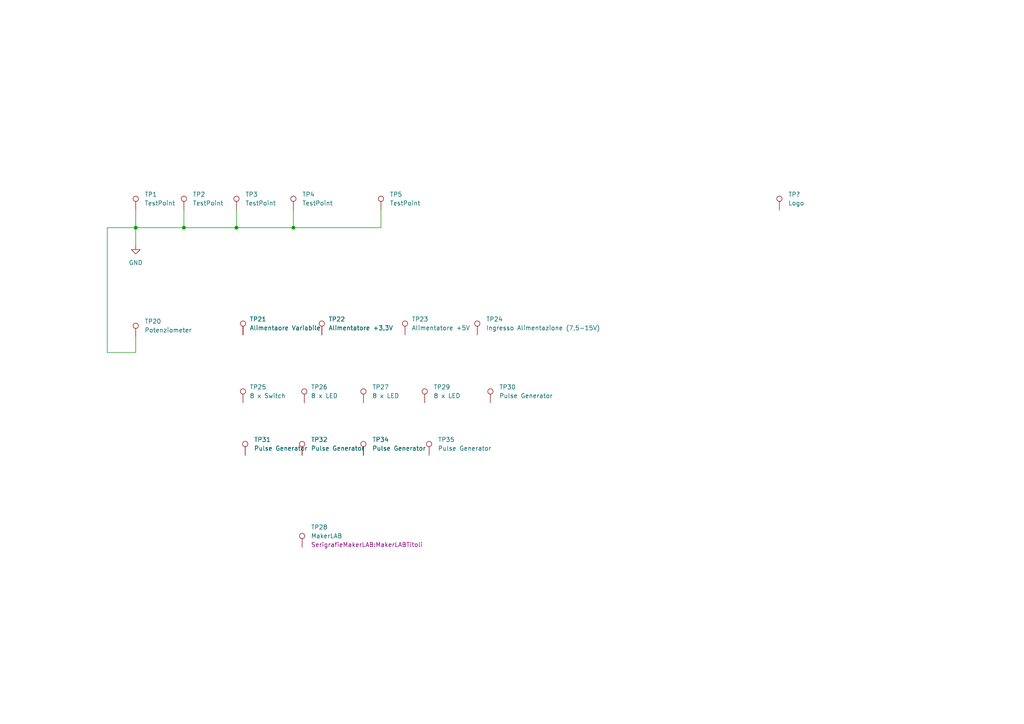
<source format=kicad_sch>
(kicad_sch (version 20211123) (generator eeschema)
  (paper "A4")
  (lib_symbols
    (symbol "Connector:TestPoint" (pin_numbers hide) (pin_names (offset 0.762) hide)
      (property "Reference" "TP" (at 0 6.858 0))
      (property "Value" "TestPoint" (at 0 5.08 0))
      (symbol "TestPoint_0_1"
        (circle (center 0 3.302) (radius 0.762))
      )
      (symbol "TestPoint_1_1"
        (pin passive line (at 0 0 90) (length 2.54) (name "1") (number "1"))
      )
    )
    (symbol "power:GND" (power) (pin_names (offset 0))
      (property "Value" "GND" (at 0 -3.81 0))
      (symbol "GND_0_1"
        (polyline (pts (xy 0 0) (xy 0 -1.27) (xy 1.27 -1.27) (xy 0 -2.54) (xy -1.27 -1.27) (xy 0 -1.27)))
      )
      (symbol "GND_1_1"
        (pin power_in line (at 0 0 270) (length 0) hide (name "GND") (number "1"))
      )
    )
  )
  (junction (at 68.58 66.04))
  (junction (at 85.09 66.04))
  (junction (at 53.34 66.04))
  (junction (at 39.37 66.04))
  (wire (pts (xy 68.58 66.04) (xy 85.09 66.04)))
  (wire (pts (xy 39.37 66.04) (xy 39.37 71.12)))
  (wire (pts (xy 85.09 66.04) (xy 110.49 66.04)))
  (wire (pts (xy 31.115 66.04) (xy 39.37 66.04)))
  (wire (pts (xy 68.58 60.96) (xy 68.58 66.04)))
  (wire (pts (xy 85.09 60.96) (xy 85.09 66.04)))
  (wire (pts (xy 39.37 60.96) (xy 39.37 66.04)))
  (wire (pts (xy 53.34 60.96) (xy 53.34 66.04)))
  (wire (pts (xy 110.49 66.04) (xy 110.49 60.96)))
  (wire (pts (xy 39.37 97.79) (xy 39.37 102.235)))
  (wire (pts (xy 39.37 66.04) (xy 53.34 66.04)))
  (wire (pts (xy 53.34 66.04) (xy 68.58 66.04)))
  (wire (pts (xy 31.115 102.235) (xy 31.115 66.04)))
  (wire (pts (xy 39.37 102.235) (xy 31.115 102.235)))
  (symbol (lib_id "Connector:TestPoint") (at 70.485 116.84 0) (unit 1)
    (property "Reference" "TP25" (at 72.39 112.2679 0) (effects (justify left)))
    (property "Value" "8 x Switch" (at 72.39 114.8079 0) (effects (justify left)))
    (property "Footprint" "Symbol:Alimentatore Variabile" (effects hide))
  )
  (symbol (lib_id "Connector:TestPoint") (at 39.37 97.79 0) (unit 1)
    (property "Reference" "TP20" (at 41.91 93.2179 0) (effects (justify left)))
    (property "Value" "Potenziometer" (at 41.91 95.7579 0) (effects (justify left)))
    (property "Footprint" "MountingHole:MountingHole_6.5mm_Pad_Via" (effects hide))
  )
  (symbol (lib_id "Connector:TestPoint") (at 93.345 97.155 0) (unit 1)
    (property "Reference" "TP22" (at 95.25 92.5829 0) (effects (justify left)))
    (property "Value" "Alimentatore +3,3V" (at 95.25 95.1229 0) (effects (justify left)))
    (property "Footprint" "Symbol:Alimentatore Variabile" (effects hide))
  )
  (symbol (lib_id "Connector:TestPoint") (at 85.09 60.96 0) (unit 1)
    (property "Reference" "TP4" (at 87.63 56.3879 0) (effects (justify left)))
    (property "Value" "TestPoint" (at 87.63 58.9279 0) (effects (justify left)))
    (property "Footprint" "MountingHole:MountingHole_3.2mm_M3_Pad_Via" (effects hide))
  )
  (symbol (lib_id "Connector:TestPoint") (at 138.43 97.155 0) (unit 1)
    (property "Reference" "TP24" (at 140.97 92.5829 0) (effects (justify left)))
    (property "Value" "Ingresso Alimentazione (7,5-15V)" (at 140.97 95.1229 0) (effects (justify left)))
    (property "Footprint" "Symbol:Alimentatore Variabile" (effects hide))
  )
  (symbol (lib_id "Connector:TestPoint") (at 117.475 97.155 0) (unit 1)
    (property "Reference" "TP23" (at 119.38 92.5829 0) (effects (justify left)))
    (property "Value" "Alimentatore +5V" (at 119.38 95.1229 0) (effects (justify left)))
    (property "Footprint" "Symbol:Alimentatore Variabile" (effects hide))
  )
  (symbol (lib_id "Connector:TestPoint") (at 68.58 60.96 0) (unit 1)
    (property "Reference" "TP3" (at 71.12 56.3879 0) (effects (justify left)))
    (property "Value" "TestPoint" (at 71.12 58.9279 0) (effects (justify left)))
    (property "Footprint" "MountingHole:MountingHole_3.2mm_M3_Pad_Via" (effects hide))
  )
  (symbol (lib_id "Connector:TestPoint") (at 88.265 116.84 0) (unit 1)
    (property "Reference" "TP26" (at 90.17 112.2679 0) (effects (justify left)))
    (property "Value" "8 x LED" (at 90.17 114.8079 0) (effects (justify left)))
    (property "Footprint" "Symbol:Alimentatore Variabile" (effects hide))
  )
  (symbol (lib_id "Connector:TestPoint") (at 124.46 132.08 0) (unit 1)
    (property "Reference" "TP35" (at 127 127.5079 0) (effects (justify left)))
    (property "Value" "Pulse Generator" (at 127 130.0479 0) (effects (justify left)))
    (property "Footprint" "SerigrafieMakerLab:Disp4x7Seg" (effects hide))
  )
  (symbol (lib_id "Connector:TestPoint") (at 105.41 132.08 0) (unit 1)
    (property "Reference" "TP34" (at 107.95 127.5079 0) (effects (justify left)))
    (property "Value" "Pulse Generator" (at 107.95 130.0479 0) (effects (justify left)))
    (property "Footprint" "SerigrafieMakerLab:Disp4x7Seg" (effects hide))
  )
  (symbol (lib_id "Connector:TestPoint") (at 226.06 60.96 0) (unit 1)
    (property "Reference" "TP?" (at 228.6 56.3879 0) (effects (justify left)))
    (property "Value" "Logo" (at 228.6 58.9279 0) (effects (justify left)))
    (property "Footprint" "Logo Einstein:Einstein Logo" (effects hide))
  )
  (symbol (lib_id "Connector:TestPoint") (at 53.34 60.96 0) (unit 1)
    (property "Reference" "TP2" (at 55.88 56.3879 0) (effects (justify left)))
    (property "Value" "TestPoint" (at 55.88 58.9279 0) (effects (justify left)))
    (property "Footprint" "MountingHole:MountingHole_3.2mm_M3_Pad_Via" (effects hide))
  )
  (symbol (lib_id "Connector:TestPoint") (at 39.37 60.96 0) (unit 1)
    (property "Reference" "TP1" (at 41.91 56.3879 0) (effects (justify left)))
    (property "Value" "TestPoint" (at 41.91 58.9279 0) (effects (justify left)))
    (property "Footprint" "MountingHole:MountingHole_3.2mm_M3_Pad_Via" (effects hide))
  )
  (symbol (lib_id "Connector:TestPoint") (at 87.63 132.08 0) (unit 1)
    (property "Reference" "TP32" (at 90.17 127.5079 0) (effects (justify left)))
    (property "Value" "Pulse Generator" (at 90.17 130.0479 0) (effects (justify left)))
    (property "Footprint" "SerigrafieMakerLab:Disp4x7Seg" (effects hide))
  )
  (symbol (lib_id "Connector:TestPoint") (at 110.49 60.96 0) (unit 1)
    (property "Reference" "TP5" (at 113.03 56.3879 0) (effects (justify left)))
    (property "Value" "TestPoint" (at 113.03 58.9279 0) (effects (justify left)))
    (property "Footprint" "Breadboard:BreadBoard 81x146" (effects hide))
  )
  (symbol (lib_id "Connector:TestPoint") (at 70.485 97.155 0) (unit 1)
    (property "Reference" "TP21" (at 72.39 92.5829 0) (effects (justify left)))
    (property "Value" "Alimentaore Variabile" (at 72.39 95.1229 0) (effects (justify left)))
    (property "Footprint" "Symbol:Alimentatore Variabile" (effects hide))
  )
  (symbol (lib_id "Connector:TestPoint") (at 87.63 158.75 0) (unit 1)
    (property "Reference" "TP28" (at 90.17 152.9079 0) (effects (justify left)))
    (property "Value" "MakerLAB" (at 90.17 155.4479 0) (effects (justify left)))
    (property "Footprint" "SerigrafieMakerLAB:MakerLABTitoli" (at 90.17 157.9879 0) (effects (justify left)))
  )
  (symbol (lib_id "Connector:TestPoint") (at 142.24 116.84 0) (unit 1)
    (property "Reference" "TP30" (at 144.78 112.2679 0) (effects (justify left)))
    (property "Value" "Pulse Generator" (at 144.78 114.8079 0) (effects (justify left)))
    (property "Footprint" "SerigrafieMakerLAB:Clock NE555" (effects hide))
  )
  (symbol (lib_id "Connector:TestPoint") (at 71.12 132.08 0) (unit 1)
    (property "Reference" "TP31" (at 73.66 127.5079 0) (effects (justify left)))
    (property "Value" "Pulse Generator" (at 73.66 130.0479 0) (effects (justify left)))
    (property "Footprint" "SerigrafieMakerLab:Disp4x7Seg" (effects hide))
  )
  (symbol (lib_id "power:GND") (at 39.37 71.12 0) (unit 1)
    (property "Reference" "#PWR0101" (effects hide))
    (property "Value" "GND" (at 39.37 76.2 0))
  )
  (symbol (lib_id "Connector:TestPoint") (at 105.41 116.84 0) (unit 1)
    (property "Reference" "TP27" (at 107.95 112.2679 0) (effects (justify left)))
    (property "Value" "8 x LED" (at 107.95 114.8079 0) (effects (justify left)))
    (property "Footprint" "SerigrafieMakerLAB:Disp4x7Seg" (effects hide))
  )
  (symbol (lib_id "Connector:TestPoint") (at 123.19 116.84 0) (unit 1)
    (property "Reference" "TP29" (at 125.73 112.2679 0) (effects (justify left)))
    (property "Value" "8 x LED" (at 125.73 114.8079 0) (effects (justify left)))
    (property "Footprint" "SerigrafieMakerLab:Clock NE555" (effects hide))
  )
)
</source>
